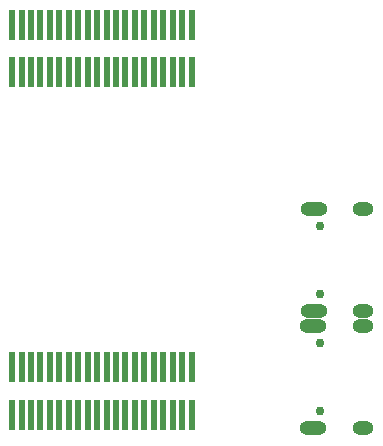
<source format=gbs>
G04*
G04 #@! TF.GenerationSoftware,Altium Limited,Altium Designer,20.0.2 (26)*
G04*
G04 Layer_Color=16711935*
%FSLAX25Y25*%
%MOIN*%
G70*
G01*
G75*
%ADD95O,0.07087X0.04725*%
%ADD96O,0.09055X0.04725*%
%ADD97C,0.02953*%
%ADD107R,0.01981X0.09855*%
D95*
X185370Y3314D02*
D03*
Y37330D02*
D03*
X185500Y42384D02*
D03*
Y76400D02*
D03*
D96*
X168913Y3314D02*
D03*
Y37330D02*
D03*
X169043Y42384D02*
D03*
Y76400D02*
D03*
D97*
X171000Y8944D02*
D03*
Y31700D02*
D03*
X171130Y48014D02*
D03*
Y70770D02*
D03*
D107*
X128346Y23622D02*
D03*
X125197D02*
D03*
X122047D02*
D03*
X118897D02*
D03*
X115748D02*
D03*
X112598D02*
D03*
X109449D02*
D03*
X106299D02*
D03*
X103149D02*
D03*
X100000D02*
D03*
X96850D02*
D03*
X93701D02*
D03*
X90551D02*
D03*
X87401D02*
D03*
X84252D02*
D03*
X81102D02*
D03*
X77953D02*
D03*
X74803D02*
D03*
X71653D02*
D03*
X68504D02*
D03*
X128347Y7874D02*
D03*
X125197D02*
D03*
X122047D02*
D03*
X118898D02*
D03*
X115748D02*
D03*
X112599D02*
D03*
X109449D02*
D03*
X106299D02*
D03*
X103150D02*
D03*
X100000D02*
D03*
X96851D02*
D03*
X93701D02*
D03*
X90551D02*
D03*
X87402D02*
D03*
X84252D02*
D03*
X81103D02*
D03*
X77953D02*
D03*
X74803D02*
D03*
X71654D02*
D03*
X68504D02*
D03*
X128346Y137795D02*
D03*
X125197D02*
D03*
X122047D02*
D03*
X118897D02*
D03*
X115748D02*
D03*
X112598D02*
D03*
X109449D02*
D03*
X106299D02*
D03*
X103149D02*
D03*
X100000D02*
D03*
X96850D02*
D03*
X93701D02*
D03*
X90551D02*
D03*
X87401D02*
D03*
X84252D02*
D03*
X81102D02*
D03*
X77953D02*
D03*
X74803D02*
D03*
X71653D02*
D03*
X68504D02*
D03*
X128347Y122047D02*
D03*
X125197D02*
D03*
X122047D02*
D03*
X118898D02*
D03*
X115748D02*
D03*
X112599D02*
D03*
X109449D02*
D03*
X106299D02*
D03*
X103150D02*
D03*
X100000D02*
D03*
X96851D02*
D03*
X93701D02*
D03*
X90551D02*
D03*
X87402D02*
D03*
X84252D02*
D03*
X81103D02*
D03*
X77953D02*
D03*
X74803D02*
D03*
X71654D02*
D03*
X68504D02*
D03*
M02*

</source>
